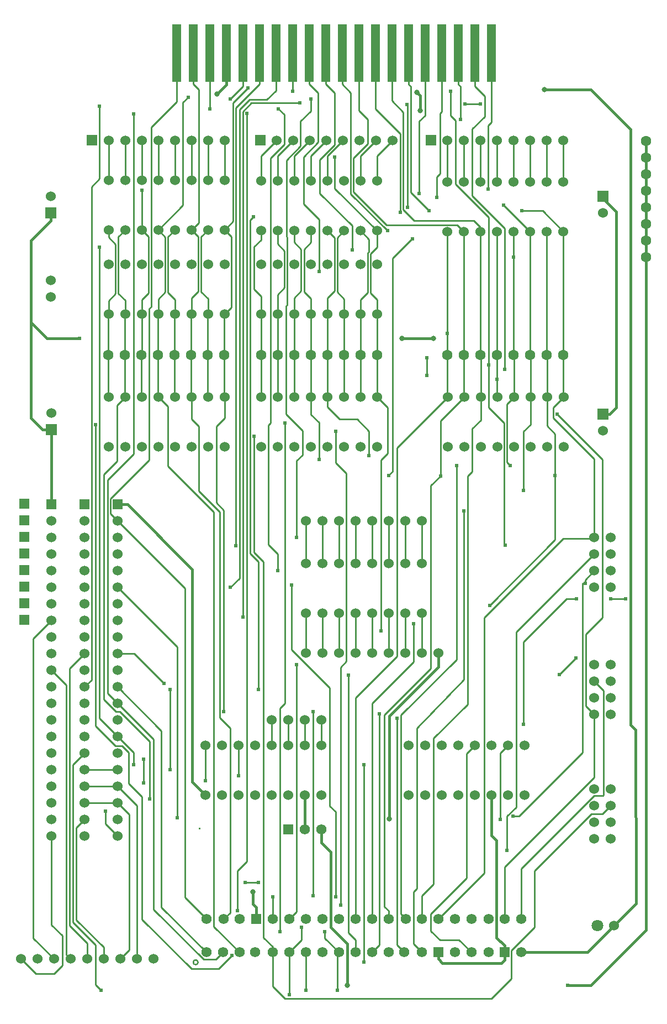
<source format=gtl>
G04 Layer: TopLayer*
G04 EasyEDA v6.5.1, 2022-04-23 16:14:00*
G04 1ebaea4ae95649dd8011ffabadda3e85,10*
G04 Gerber Generator version 0.2*
G04 Scale: 100 percent, Rotated: No, Reflected: No *
G04 Dimensions in millimeters *
G04 leading zeros omitted , absolute positions ,4 integer and 5 decimal *
%FSLAX45Y45*%
%MOMM*%

%ADD10C,0.2540*%
%ADD11C,0.2500*%
%ADD12C,0.4000*%
%ADD13C,0.6100*%
%ADD14C,0.8000*%
%ADD15R,1.3970X8.8900*%
%ADD16C,1.6000*%
%ADD17R,1.6000X1.6000*%
%ADD19C,1.5240*%
%ADD20R,1.8000X1.8000*%
%ADD21C,1.5750*%
%ADD22R,1.5750X1.5750*%
%ADD23C,1.8000*%
%ADD24R,1.5748X1.5748*%
%ADD25C,1.5748*%

%LPD*%
D11*
X6730994Y-4747679D02*
G01*
X6730994Y-3187702D01*
X6731000Y-3187702D01*
D12*
X9118600Y-2679778D02*
G01*
X9321800Y-2882978D01*
X9321800Y-5880178D01*
X9220200Y-5981778D01*
X9115297Y-5981778D01*
D11*
X5686425Y-10569651D02*
G01*
X5686425Y-14112875D01*
X5575300Y-14224000D01*
X5829300Y-13716078D02*
G01*
X5829300Y-13589078D01*
X5765800Y-13525578D01*
X5765800Y-10590100D01*
X6478270Y-9877630D01*
X6478270Y-7076772D01*
X6625081Y-6929960D01*
X3653764Y-1377594D02*
G01*
X3653789Y-12833428D01*
X3507409Y-12979808D01*
X3507409Y-13589304D01*
X5270500Y-3467178D02*
G01*
X5270500Y-3098878D01*
X4776977Y-2605102D01*
X4776977Y-2085418D01*
X5001005Y-1861390D01*
X5001005Y-1066116D01*
X4864100Y-929210D01*
X4140200Y-1308102D02*
G01*
X4229094Y-1396997D01*
X4229094Y-1435943D01*
X4229094Y-1435943D01*
X4229094Y-1854281D01*
X4018031Y-2065350D01*
X4018031Y-6121481D01*
X3983738Y-6155766D01*
X3983738Y-7978980D01*
X6565900Y-2667078D02*
G01*
X6567677Y-2347546D01*
X6616700Y-2298524D01*
X6616700Y-1373710D01*
X6642100Y-1348310D01*
X6642100Y-457278D01*
X5651494Y-3175000D02*
G01*
X5003800Y-2527305D01*
X5003800Y-2044702D01*
X5831713Y-6919422D02*
G01*
X5892794Y-6858340D01*
X5892794Y-3594100D01*
X6184892Y-3302002D01*
X6197600Y-3302002D01*
X6985000Y-3187778D02*
G01*
X6880097Y-3082876D01*
X5800852Y-3082876D01*
X5293105Y-2575384D01*
X5293105Y-2060272D01*
X5511800Y-1841578D01*
X5511800Y-1473278D01*
X5372100Y-1333578D01*
X5372100Y-457278D01*
X7239000Y-3187778D02*
G01*
X7239000Y-3124278D01*
X7137400Y-3022678D01*
X6223000Y-3022678D01*
X6052565Y-2852244D01*
X6052565Y-1355676D01*
X5880100Y-1183210D01*
X5880100Y-458040D01*
X4891280Y-4451431D02*
G01*
X4891280Y-4202000D01*
X4997991Y-4095290D01*
X4997991Y-3283493D01*
X4889500Y-3175002D01*
X6299200Y-2603578D02*
G01*
X6299200Y-1498678D01*
X6388100Y-1409778D01*
X6388100Y-929210D01*
X5816600Y-3175002D02*
G01*
X5814463Y-3175002D01*
X5250985Y-2611523D01*
X5250985Y-1062154D01*
X5118094Y-929259D01*
X7366000Y-5232478D02*
G01*
X7366000Y-2971878D01*
X6858000Y-2463878D01*
X6858000Y-1485978D01*
X6781800Y-1409778D01*
X6781800Y-1041478D01*
X7353300Y-2540078D02*
G01*
X7353300Y-1562178D01*
X7404100Y-1511378D01*
X7404100Y-929210D01*
X7150100Y-929210D02*
G01*
X7150100Y-965278D01*
X7302500Y-1117678D01*
X7302500Y-1426288D01*
X7112000Y-1616788D01*
X7112000Y-2641678D01*
X7607300Y-3136978D01*
X7607300Y-5295978D01*
X6007100Y-2895602D02*
G01*
X6007602Y-2895099D01*
X6007602Y-1691208D01*
X5626094Y-1309700D01*
X5626094Y-458043D01*
X7750406Y-5721299D02*
G01*
X7645394Y-5826305D01*
X7645394Y-6718297D01*
X7696200Y-6769102D01*
X7366000Y-5232478D02*
G01*
X7366000Y-5880178D01*
X7601965Y-6116144D01*
X7601965Y-7988378D01*
X7620000Y-7988378D01*
X6413500Y-5385600D02*
G01*
X6413500Y-5122075D01*
X6731000Y-5080078D02*
G01*
X6731000Y-4747676D01*
X7239000Y-3187702D02*
G01*
X7238994Y-3187702D01*
X7238994Y-5080000D01*
X8254994Y-2425700D02*
G01*
X8254994Y-2247900D01*
X8255000Y-2247900D01*
X8255000Y-1790702D01*
X6730994Y-2425700D02*
G01*
X6730994Y-2019300D01*
X6731000Y-2019300D01*
X6731000Y-1790702D01*
X7492994Y-2425700D02*
G01*
X7492994Y-1790702D01*
X7493000Y-1790702D01*
X7746994Y-2425700D02*
G01*
X7746994Y-2247900D01*
X7747000Y-2247900D01*
X7747000Y-1790702D01*
X8000994Y-2425700D02*
G01*
X8000994Y-2197100D01*
X8001000Y-2197100D01*
X8001000Y-1790702D01*
X8508994Y-2425700D02*
G01*
X8508994Y-2260600D01*
X8509000Y-2260600D01*
X8509000Y-1790702D01*
X4383280Y-4451431D02*
G01*
X4383280Y-4202000D01*
X4488985Y-4096288D01*
X4488985Y-3460366D01*
X4381500Y-3352878D01*
X4381500Y-3175002D01*
X4633721Y-4627704D02*
G01*
X4633721Y-4214700D01*
X4532990Y-4113969D01*
X4532990Y-3455393D01*
X4635500Y-3352881D01*
X4635500Y-3175002D01*
X1676400Y-7620078D02*
G01*
X1562100Y-7505778D01*
X1562100Y-7280226D01*
X2159000Y-6683326D01*
X2159000Y-4368624D01*
X2189988Y-4337636D01*
X2189988Y-1586054D01*
X2578100Y-1197942D01*
X2578100Y-457278D01*
X2042921Y-3162378D02*
G01*
X2149093Y-3268550D01*
X2149093Y-4124530D01*
X2042921Y-4230702D01*
X2042921Y-4451428D01*
X2296921Y-4451428D02*
G01*
X2296921Y-4218002D01*
X2404109Y-4110814D01*
X2404109Y-3269566D01*
X2296921Y-3162378D01*
X2550921Y-4451428D02*
G01*
X2550921Y-4227400D01*
X2446020Y-4122498D01*
X2446020Y-3267280D01*
X2550921Y-3162378D01*
X5399280Y-4451431D02*
G01*
X5399280Y-4227400D01*
X5505991Y-4120690D01*
X5505991Y-3516416D01*
X5529828Y-3492581D01*
X5529828Y-3307331D01*
X5397500Y-3175002D01*
X5653280Y-4451431D02*
G01*
X5653280Y-4230700D01*
X5547984Y-4125409D01*
X5547984Y-3531318D01*
X5651500Y-3427803D01*
X5651500Y-3175002D01*
X5145280Y-4451431D02*
G01*
X5145280Y-4218254D01*
X5040990Y-4113961D01*
X5040990Y-3277511D01*
X5143500Y-3175002D01*
X4127500Y-3175002D02*
G01*
X4127500Y-3378273D01*
X4233994Y-3484768D01*
X4233994Y-4046486D01*
X4129280Y-4151200D01*
X4129280Y-4451431D01*
X4635500Y-1155778D02*
G01*
X4635500Y-1339928D01*
X4476495Y-1498932D01*
X4476495Y-1880186D01*
X4261357Y-2095324D01*
X4261357Y-3262454D01*
X4274057Y-3275154D01*
X4274057Y-4311220D01*
X4260341Y-4324682D01*
X4260341Y-5985588D01*
X4508500Y-6233492D01*
X4508500Y-6606618D01*
X4419600Y-6695518D01*
X4419600Y-7874078D01*
X2804921Y-4451428D02*
G01*
X2804921Y-4205302D01*
X2910077Y-4100146D01*
X2910077Y-3267534D01*
X2804921Y-3162378D01*
X3058921Y-4451428D02*
G01*
X3058921Y-4214700D01*
X2953004Y-4108782D01*
X2953004Y-3268296D01*
X3058921Y-3162378D01*
X3543300Y-14224078D02*
G01*
X3149600Y-13830378D01*
X3149600Y-7484950D01*
X2441702Y-6776798D01*
X2441702Y-5862398D01*
X2300477Y-5721174D01*
X6095994Y-13716081D02*
G01*
X6019794Y-13639886D01*
X6019794Y-10589343D01*
X6870700Y-9738438D01*
X6870700Y-6769102D01*
D12*
X5194300Y-14732078D02*
G01*
X5194300Y-14094284D01*
X4938521Y-13838506D01*
X4938521Y-12685600D01*
X4800600Y-12547678D01*
X4800600Y-12357178D01*
X9283700Y-13817678D02*
G01*
X9626600Y-13474778D01*
X9613900Y-10820478D01*
X9537700Y-10744278D01*
X9537700Y-1625678D01*
X8928100Y-1016078D01*
X8216900Y-1016078D01*
X1676400Y-7366000D02*
G01*
X1828716Y-7366002D01*
X2819394Y-8357440D01*
X2819394Y-11612450D01*
X3024380Y-11817177D01*
X8572500Y-14732002D02*
G01*
X8928100Y-14732002D01*
X9779000Y-13881100D01*
X9779000Y-1803400D01*
D11*
X698500Y-14325678D02*
G01*
X381000Y-14008178D01*
X381000Y-9423478D01*
X660400Y-9144078D01*
X8978900Y-10071178D02*
G01*
X9120886Y-10213164D01*
X9120886Y-11818698D01*
X9113520Y-11826064D01*
X8976613Y-11826064D01*
X7861300Y-12941378D01*
X7861300Y-13716078D01*
X9232900Y-11976178D02*
G01*
X9105900Y-12103178D01*
X8940800Y-12103178D01*
X8070088Y-12973890D01*
X8070088Y-13842570D01*
X7713725Y-14198932D01*
X7713725Y-14626922D01*
X7403591Y-14935278D01*
X4241800Y-14935278D01*
X4051300Y-14744778D01*
X4051300Y-14224078D01*
X8978900Y-10579178D02*
G01*
X8851900Y-10452178D01*
X8851900Y-9352104D01*
X9105900Y-9098104D01*
X9105900Y-6674182D01*
X8416289Y-5984572D01*
X7735061Y-12133912D02*
G01*
X7828279Y-12133912D01*
X8801100Y-11160838D01*
X8801100Y-8572578D01*
X8842247Y-8572578D01*
X1168400Y-11176078D02*
G01*
X990600Y-11353878D01*
X990600Y-13766878D01*
X1333500Y-14109778D01*
X1333500Y-14719378D01*
X1422400Y-14808278D01*
X1714494Y-14325600D02*
G01*
X1854194Y-14185894D01*
X1854194Y-12115797D01*
X1676400Y-11938002D01*
X190500Y-14325678D02*
G01*
X419100Y-14554278D01*
X698500Y-14554278D01*
X825500Y-14427278D01*
X825500Y-13970078D01*
X660400Y-13804978D01*
X660400Y-12446078D01*
X952500Y-14325678D02*
G01*
X889000Y-14262178D01*
X889000Y-10134678D01*
X660400Y-9906078D01*
X1206500Y-14325678D02*
G01*
X1206500Y-14084378D01*
X939800Y-13817678D01*
X939800Y-9880678D01*
X1168400Y-9652078D01*
X1460500Y-14325678D02*
G01*
X1460500Y-14147878D01*
X1041400Y-13728778D01*
X1041400Y-12319078D01*
X1168400Y-12192078D01*
D12*
X4548306Y-11817299D02*
G01*
X4546600Y-11819006D01*
X4546600Y-12344402D01*
D11*
X1485894Y-12065000D02*
G01*
X1485894Y-12255497D01*
X1676400Y-12446002D01*
X2070100Y-11264900D02*
G01*
X2070100Y-11633200D01*
X6984994Y-5080000D02*
G01*
X6985000Y-5079994D01*
X6985000Y-3187702D01*
X6625081Y-6929907D02*
G01*
X6625081Y-6084620D01*
X6988403Y-5721299D01*
X6985000Y-5080000D02*
G01*
X6985000Y-5717895D01*
X6988403Y-5721299D01*
X4864100Y-457200D02*
G01*
X4864100Y-929259D01*
X6734403Y-5721299D02*
G01*
X6731000Y-5717895D01*
X6731000Y-5080000D01*
X7239000Y-5080000D02*
G01*
X7242403Y-5083403D01*
X7242403Y-5721299D01*
X7493000Y-5448302D02*
G01*
X7493000Y-5717895D01*
X7496406Y-5721299D01*
X7489794Y-5078577D02*
G01*
X7489799Y-5078582D01*
X7489799Y-5446880D01*
X8842146Y-8572500D02*
G01*
X8842146Y-8518753D01*
X8978900Y-8382000D01*
X4610100Y-929259D02*
G01*
X4744770Y-1063929D01*
X4744770Y-1821027D01*
X4523841Y-2041956D01*
X4523841Y-2765958D01*
X4764227Y-3006344D01*
X4764227Y-3799078D01*
X4610100Y-457200D02*
G01*
X4610100Y-929259D01*
X7493000Y-3187702D02*
G01*
X7492994Y-3187707D01*
X7492994Y-5080000D01*
X7747000Y-3187702D02*
G01*
X7746994Y-3187707D01*
X7746994Y-5080000D01*
X7750403Y-5721299D02*
G01*
X7750403Y-5083403D01*
X7747000Y-5080000D01*
X8000994Y-3187700D02*
G01*
X7594600Y-2781305D01*
X7594600Y-2781302D01*
X8000994Y-5080000D02*
G01*
X8000994Y-3187707D01*
X8001000Y-3187702D01*
X6388100Y-457200D02*
G01*
X6388100Y-929259D01*
X7645400Y-12661978D02*
G01*
X7645400Y-12139500D01*
X7785100Y-11999800D01*
X7785100Y-9321878D01*
X8978900Y-8128078D01*
X8004403Y-5721299D02*
G01*
X8004403Y-5083403D01*
X8001000Y-5080000D01*
X5575300Y-13716000D02*
G01*
X5575300Y-10408513D01*
X6210325Y-9773488D01*
X6210325Y-9189034D01*
X5118100Y-457200D02*
G01*
X5118100Y-929259D01*
X8255000Y-5080000D02*
G01*
X8258403Y-5083403D01*
X8258403Y-5721299D01*
X8255000Y-3187702D02*
G01*
X8254994Y-3187707D01*
X8254994Y-5080000D01*
X8509000Y-3187702D02*
G01*
X8191497Y-2870200D01*
X7873994Y-2870200D01*
X8509000Y-3187702D02*
G01*
X8509000Y-5079994D01*
X8508994Y-5080000D01*
X6134100Y-457200D02*
G01*
X6134100Y-929259D01*
X8512403Y-5721299D02*
G01*
X8509000Y-5717895D01*
X8509000Y-5080000D01*
X7239000Y-1790702D02*
G01*
X7239000Y-2425700D01*
X7238994Y-2425700D01*
X6984994Y-2425700D02*
G01*
X6984994Y-1790702D01*
X6985000Y-1790702D01*
X1792401Y-5721299D02*
G01*
X1787296Y-5716193D01*
X1787296Y-5079923D01*
X4051300Y-13373102D02*
G01*
X4051294Y-13373107D01*
X4051294Y-13716000D01*
X3594100Y-457200D02*
G01*
X3594100Y-929259D01*
X1788998Y-4451400D02*
G01*
X1787296Y-4453102D01*
X1787296Y-5079923D01*
X4241800Y-6121402D02*
G01*
X4241721Y-6121481D01*
X4241721Y-10409250D01*
X4165594Y-10485368D01*
X4165594Y-13906500D01*
X4165594Y-13906500D01*
X1538401Y-5721299D02*
G01*
X1533296Y-5716193D01*
X1533296Y-5079923D01*
X1534921Y-3162376D02*
G01*
X1534921Y-3272485D01*
X1533296Y-5079923D02*
G01*
X1533296Y-4453102D01*
X1534998Y-4451400D01*
X3086100Y-1308102D02*
G01*
X3086100Y-457205D01*
X3086094Y-457200D01*
X2042998Y-4451400D02*
G01*
X2042998Y-5078222D01*
X2041296Y-5079923D01*
X2046401Y-5721299D02*
G01*
X2041296Y-5716193D01*
X2041296Y-5079923D01*
X2296921Y-3162373D02*
G01*
X2675638Y-2783662D01*
X2675638Y-1210564D01*
X2755900Y-1130302D01*
X2295296Y-5079923D02*
G01*
X2295296Y-4453102D01*
X2296998Y-4451400D01*
X2300401Y-5721299D02*
G01*
X2295296Y-5716193D01*
X2295296Y-5079923D01*
X3312921Y-2400376D02*
G01*
X3314700Y-2398598D01*
X3314700Y-1790700D01*
X3058921Y-2400376D02*
G01*
X3060700Y-2398598D01*
X3060700Y-1790700D01*
X2554401Y-5721299D02*
G01*
X2549296Y-5716193D01*
X2549296Y-5079923D01*
X2550998Y-4451400D02*
G01*
X2549296Y-4453102D01*
X2549296Y-5079923D01*
X2832100Y-929259D02*
G01*
X2917697Y-1014857D01*
X2917697Y-3049600D01*
X2804921Y-3162376D01*
X2832100Y-457200D02*
G01*
X2832100Y-929259D01*
X2803296Y-5079923D02*
G01*
X2803296Y-4453102D01*
X2804998Y-4451400D01*
X2808401Y-5721299D02*
G01*
X2803296Y-5716193D01*
X2803296Y-5079923D01*
X5092694Y-13500100D02*
G01*
X5092694Y-9857767D01*
X5182438Y-9768029D01*
X5182438Y-6891251D01*
X5016500Y-6725312D01*
X5016500Y-6248402D01*
X4851400Y-13906502D02*
G01*
X4851400Y-14008105D01*
X5067294Y-14224000D01*
X5067294Y-14224000D02*
G01*
X5041900Y-14249394D01*
X5041900Y-14808202D01*
X3062401Y-5721299D02*
G01*
X3057296Y-5716193D01*
X3057296Y-5079923D01*
X3058998Y-4451400D02*
G01*
X3057296Y-4453102D01*
X3057296Y-5079923D01*
X4493361Y-13843000D02*
G01*
X4493361Y-14035938D01*
X4305300Y-14224000D01*
X3670300Y-990602D02*
G01*
X3444212Y-1216690D01*
X3444212Y-3031083D01*
X3312921Y-3162373D01*
X3312998Y-4451400D02*
G01*
X3418408Y-4345990D01*
X3418408Y-3267862D01*
X3312921Y-3162376D01*
X3311296Y-5079923D02*
G01*
X3311296Y-4453102D01*
X3312998Y-4451400D01*
X3316401Y-5721299D02*
G01*
X3311296Y-5716193D01*
X3311296Y-5079923D01*
X2550921Y-2400376D02*
G01*
X2552700Y-2398598D01*
X2552700Y-1790700D01*
X2296921Y-2400376D02*
G01*
X2298700Y-2398598D01*
X2298700Y-1790700D01*
X2042921Y-2400376D02*
G01*
X2044700Y-2398598D01*
X2044700Y-1790700D01*
X1788921Y-2400376D02*
G01*
X1790700Y-2398598D01*
X1790700Y-1790700D01*
X1534921Y-2400376D02*
G01*
X1536700Y-2398598D01*
X1536700Y-1790700D01*
X7150100Y-457200D02*
G01*
X7150100Y-929259D01*
X7607300Y-13716078D02*
G01*
X7607300Y-12915978D01*
X8978900Y-11544378D01*
X8978900Y-10579178D01*
X4129201Y-4451400D02*
G01*
X4129201Y-5076520D01*
X4125798Y-5079923D01*
X4132605Y-5721299D02*
G01*
X4125798Y-5714492D01*
X4125798Y-5079923D01*
X6934200Y-1473202D02*
G01*
X6934200Y-967364D01*
X6896094Y-929259D01*
X6896100Y-457200D02*
G01*
X6896100Y-929259D01*
X3875201Y-4451400D02*
G01*
X3871798Y-4454804D01*
X3871798Y-5079923D01*
X3873500Y-3175002D02*
G01*
X3873500Y-3296102D01*
X3875280Y-3297882D01*
X3878605Y-5721299D02*
G01*
X3871798Y-5714492D01*
X3871798Y-5079923D01*
X4379798Y-5079923D02*
G01*
X4383201Y-5076520D01*
X4383201Y-4451400D01*
X4386605Y-5721299D02*
G01*
X4379798Y-5714492D01*
X4379798Y-5079923D01*
X4633798Y-5079923D02*
G01*
X4633798Y-5714492D01*
X4640605Y-5721299D01*
X5651500Y-2413002D02*
G01*
X5651500Y-2031994D01*
X5892794Y-1790700D01*
X5638794Y-1790700D02*
G01*
X5397500Y-2031994D01*
X5397500Y-2413002D01*
X4887798Y-5079923D02*
G01*
X4887798Y-5714492D01*
X4894605Y-5721299D01*
X4887798Y-5079923D02*
G01*
X4891201Y-5076520D01*
X4891201Y-4451400D01*
X7404100Y-457200D02*
G01*
X7404100Y-929259D01*
X5148605Y-5721299D02*
G01*
X5141798Y-5714492D01*
X5141798Y-5079923D01*
X6121394Y-2819400D02*
G01*
X6121394Y-1257297D01*
X6108700Y-1244602D01*
X5395798Y-5079923D02*
G01*
X5399201Y-5076520D01*
X5399201Y-4451400D01*
X5402605Y-5721299D02*
G01*
X5395798Y-5714492D01*
X5395798Y-5079923D01*
X8444280Y-9969703D02*
G01*
X8700490Y-9713493D01*
X5653201Y-4451400D02*
G01*
X5649798Y-4454804D01*
X5649798Y-5079923D01*
X5656605Y-5721299D02*
G01*
X5656605Y-5086731D01*
X5649798Y-5079923D01*
X4889500Y-2413002D02*
G01*
X4889500Y-2031994D01*
X5130794Y-1790700D01*
X4635500Y-2413002D02*
G01*
X4635500Y-2031994D01*
X4876794Y-1790700D01*
X4127500Y-2413002D02*
G01*
X4127500Y-2031994D01*
X4368794Y-1790700D01*
X3873500Y-2413002D02*
G01*
X3873500Y-2031994D01*
X4114794Y-1790700D01*
X4813300Y-9029700D02*
G01*
X4813300Y-9639300D01*
X4559300Y-9029700D02*
G01*
X4559300Y-9639300D01*
X5067300Y-9029700D02*
G01*
X5067300Y-9639300D01*
X5321300Y-9029700D02*
G01*
X5321300Y-9639300D01*
X6337300Y-8267700D02*
G01*
X6337300Y-7620000D01*
X6083300Y-8267700D02*
G01*
X6083300Y-7620000D01*
X5575300Y-9029700D02*
G01*
X5575300Y-9639300D01*
X5829300Y-9029700D02*
G01*
X5829300Y-9639300D01*
X6083300Y-9029700D02*
G01*
X6083300Y-9639300D01*
X6337300Y-9029700D02*
G01*
X6337300Y-9639300D01*
X5829300Y-8267700D02*
G01*
X5829300Y-7620000D01*
X5575300Y-8267700D02*
G01*
X5575300Y-7620000D01*
X5321300Y-8267700D02*
G01*
X5321300Y-7620000D01*
X5067300Y-8267700D02*
G01*
X5067300Y-7620000D01*
X4813300Y-7620000D02*
G01*
X4813300Y-8267700D01*
X4559300Y-8267700D02*
G01*
X4559300Y-7620000D01*
X1168400Y-11430000D02*
G01*
X1676397Y-11430000D01*
X1676400Y-11430002D01*
X7659806Y-11055299D02*
G01*
X7543800Y-11171306D01*
X7543800Y-12192002D01*
X1917694Y-11353800D02*
G01*
X1917694Y-11163297D01*
X1676400Y-10922002D01*
X1396994Y-3429000D02*
G01*
X1396994Y-10642597D01*
X1676400Y-10922002D01*
X1676400Y-10160002D02*
G01*
X2346170Y-10829772D01*
X2346170Y-13534870D01*
X3035294Y-14224000D01*
X1168400Y-10160002D02*
G01*
X1272265Y-10056136D01*
X1272265Y-2501465D01*
X1396994Y-2376728D01*
X1396994Y-1270000D01*
X1919406Y-1385062D02*
G01*
X1919406Y-6588125D01*
X1518104Y-6989422D01*
X1518104Y-10255707D01*
X1676400Y-10414002D01*
X4802301Y-11055299D02*
G01*
X4800600Y-11053597D01*
X4800600Y-10680700D01*
X4548301Y-11055299D02*
G01*
X4546600Y-11053597D01*
X4546600Y-10680700D01*
X1168400Y-11938000D02*
G01*
X1676397Y-11938000D01*
X1676400Y-11938002D01*
X3024306Y-11055299D02*
G01*
X3022600Y-11057006D01*
X3022600Y-11595102D01*
X4294301Y-11055299D02*
G01*
X4292600Y-11053597D01*
X4292600Y-10680700D01*
X4040301Y-11055299D02*
G01*
X4038600Y-11053597D01*
X4038600Y-10680700D01*
X3532306Y-11055299D02*
G01*
X3530600Y-11057006D01*
X3530600Y-11518902D01*
X1168400Y-11684000D02*
G01*
X1676397Y-11684000D01*
X1676400Y-11684002D01*
X4470400Y-1219202D02*
G01*
X3721935Y-1219202D01*
X3594094Y-1347043D01*
X3594094Y-9093200D01*
X4356100Y-1041402D02*
G01*
X4356100Y-457205D01*
X4356094Y-457200D01*
X4102100Y-457200D02*
G01*
X4102100Y-929259D01*
X4419600Y-9817102D02*
G01*
X4419600Y-13601694D01*
X4305294Y-13716000D01*
X3848100Y-457200D02*
G01*
X3848100Y-929259D01*
X3484397Y-7996885D02*
G01*
X3484397Y-1292961D01*
X3848100Y-929259D01*
X3289294Y-14224081D02*
G01*
X3180079Y-14333047D01*
X2992122Y-14333047D01*
X2223264Y-13564443D01*
X2223264Y-10960867D01*
X1676400Y-10414002D01*
X1333500Y-6146878D02*
G01*
X1333500Y-10756978D01*
X1639823Y-11063302D01*
X1743455Y-11063302D01*
X1844547Y-11164140D01*
X1844547Y-11638358D01*
X2049525Y-11843590D01*
X2049525Y-13720904D01*
X2806700Y-14478078D01*
X3225800Y-14478078D01*
X3429000Y-14274878D01*
X2165070Y-11876684D02*
G01*
X2165070Y-10996371D01*
X1709699Y-10541000D01*
X1649958Y-10541000D01*
X1459458Y-10350500D01*
X1459458Y-6905574D01*
X1665401Y-6699631D01*
X1665401Y-5848299D01*
X1792401Y-5721299D01*
X3632194Y-13157200D02*
G01*
X3835397Y-13157200D01*
X3835400Y-13157202D01*
X5448300Y-14376402D02*
G01*
X5448300Y-11353805D01*
X5448294Y-11353800D01*
X4559294Y-14224000D02*
G01*
X4559294Y-14808202D01*
X4559300Y-14808202D01*
X4305294Y-14224000D02*
G01*
X4305294Y-14871697D01*
X4305300Y-14871702D01*
X7099300Y-14224078D02*
G01*
X6908800Y-14033578D01*
X6616700Y-14033578D01*
X6478523Y-13895402D01*
X6478523Y-13634798D01*
X7024877Y-13088444D01*
X7024877Y-11182174D01*
X7151877Y-11055174D01*
X6997694Y-1231900D02*
G01*
X7238997Y-1231900D01*
X7239000Y-1231902D01*
X2476500Y-10198102D02*
G01*
X2476500Y-11430000D01*
X2476494Y-11430000D01*
X5141798Y-4627676D02*
G01*
X5141798Y-5079923D01*
X4633798Y-4627676D02*
G01*
X4633798Y-5079923D01*
X4637201Y-4451400D02*
G01*
X4637201Y-4624273D01*
X4633798Y-4627676D01*
X5145201Y-4451400D02*
G01*
X5145201Y-4624273D01*
X5141798Y-4627676D01*
X1788921Y-4451428D02*
G01*
X1788921Y-4240100D01*
X1683765Y-4134944D01*
X1683765Y-3267534D01*
X1788921Y-3162378D01*
X3875277Y-4451428D02*
G01*
X3875277Y-4179902D01*
X3767581Y-4072460D01*
X3767581Y-3420442D01*
X3875277Y-3313000D01*
X3875277Y-3297760D01*
X4381500Y-2413002D02*
G01*
X4381500Y-2031994D01*
X4622794Y-1790700D01*
X1534921Y-4451428D02*
G01*
X1534921Y-4243402D01*
X1643634Y-4134944D01*
X1643634Y-3381072D01*
X1534921Y-3272360D01*
X2042921Y-3162378D02*
G01*
X2044700Y-3160600D01*
X2044700Y-2552700D01*
X2804921Y-2400376D02*
G01*
X2806700Y-2398598D01*
X2806700Y-1790700D01*
X2387594Y-10109200D02*
G01*
X1930397Y-9652002D01*
X1676400Y-9652002D01*
X8978900Y-7886778D02*
G01*
X8509000Y-7886778D01*
X7299705Y-9096072D01*
X7299705Y-13007418D01*
X6591300Y-13716078D01*
X8512302Y-5721174D02*
G01*
X8355584Y-5878146D01*
X8355584Y-6044262D01*
X8978900Y-6667578D01*
X8978900Y-7874078D01*
X7382255Y-8908112D02*
G01*
X8382000Y-7908368D01*
X8382000Y-6284038D01*
X8258302Y-6160594D01*
X8258302Y-5721174D01*
D12*
X7861300Y-14224000D02*
G01*
X8877300Y-14224000D01*
X9283700Y-13817600D01*
D11*
X5209793Y-9977960D02*
G01*
X5214620Y-9982786D01*
X5214620Y-13926898D01*
X5321300Y-14033578D01*
X5321300Y-14224078D01*
X5956300Y-10642602D02*
G01*
X5956294Y-10642602D01*
X5956294Y-14109705D01*
X6070594Y-14224000D01*
D12*
X6591294Y-9639300D02*
G01*
X6591294Y-9853295D01*
X5842000Y-10602589D01*
X5842000Y-12179302D01*
D11*
X5714238Y-9302574D02*
G01*
X5714238Y-6684596D01*
X5816600Y-6582234D01*
X5816600Y-5881194D01*
X5656579Y-5721174D01*
D12*
X7607300Y-14224078D02*
G01*
X7607300Y-14338378D01*
X7556500Y-14389178D01*
X6654800Y-14389178D01*
X6591300Y-14325678D01*
X6591300Y-14224078D01*
X7405877Y-11817174D02*
G01*
X7405877Y-12434902D01*
X7483855Y-12513134D01*
X7483855Y-13999034D01*
X7607300Y-14122478D01*
X7607300Y-14224078D01*
D11*
X3769105Y-6317312D02*
G01*
X3769105Y-8099884D01*
X3911600Y-8242378D01*
X3911600Y-13998018D01*
X4051300Y-14137718D01*
X4051300Y-14224078D01*
D12*
X3746500Y-13296978D02*
G01*
X3746500Y-13487478D01*
X3797300Y-13538278D01*
X3797300Y-13716078D01*
D11*
X2590794Y-12166600D02*
G01*
X2590794Y-9550397D01*
X1676400Y-8636002D01*
X1676400Y-7620002D02*
G01*
X2705094Y-8648697D01*
X2705094Y-13385881D01*
X3035294Y-13716081D01*
X3759200Y-2959178D02*
G01*
X3708400Y-3009978D01*
X3708400Y-8115378D01*
X3835400Y-8242378D01*
X3835400Y-10198178D01*
D12*
X660400Y-7366000D02*
G01*
X660400Y-6223000D01*
X660400Y-6223078D02*
G01*
X520700Y-6223078D01*
X342900Y-6045278D01*
X342900Y-3324176D01*
X647700Y-3019376D01*
X647700Y-2901899D02*
G01*
X647700Y-3019450D01*
X3340094Y-929259D02*
G01*
X3340094Y-939807D01*
X3200400Y-1079502D01*
X3340100Y-457200D02*
G01*
X3340100Y-929259D01*
X342900Y-4577072D02*
G01*
X591827Y-4826000D01*
X1092200Y-4826000D01*
X6032494Y-4826000D02*
G01*
X6032497Y-4826002D01*
X6515100Y-4826002D01*
X6261100Y-1054102D02*
G01*
X6311894Y-1104897D01*
X6311894Y-1333500D01*
D11*
X6451345Y-2863420D02*
G01*
X6172200Y-2584528D01*
X6172200Y-967310D01*
X6134100Y-929210D01*
X5321300Y-13716000D02*
G01*
X5321300Y-10328503D01*
X5956274Y-9693529D01*
X5956274Y-6499428D01*
X6734403Y-5721299D01*
X7242302Y-5721174D02*
G01*
X7242302Y-6073980D01*
X7112000Y-6204282D01*
X7112000Y-6859348D01*
X7040879Y-6930468D01*
X7040879Y-10423476D01*
X6516877Y-10947732D01*
X6516877Y-13180900D01*
X6337300Y-13360478D01*
X6337300Y-13716078D01*
X7901028Y-10731500D02*
G01*
X7899400Y-10729871D01*
X7899400Y-9474200D01*
X8559800Y-8813800D01*
X8712200Y-8813800D01*
X9232894Y-8813800D02*
G01*
X9461497Y-8813800D01*
X9461500Y-8813802D01*
X6337300Y-14223824D02*
G01*
X6210300Y-14096824D01*
X6210300Y-13296978D01*
X6261100Y-13246178D01*
X6261100Y-10795078D01*
X6980936Y-10044254D01*
X6980936Y-7468186D01*
X3403600Y-8636002D02*
G01*
X3546607Y-8492995D01*
X3546607Y-1317574D01*
X3695781Y-1168400D01*
X3962394Y-1168400D01*
X4102094Y-1028705D01*
X4102094Y-929208D01*
X3403600Y-1155778D02*
G01*
X3594100Y-965278D01*
X3594100Y-929210D01*
X5016500Y-13373178D02*
G01*
X5016500Y-12074222D01*
X4923789Y-11981512D01*
X4927600Y-10172700D01*
X4927594Y-10172700D02*
G01*
X4343400Y-9588505D01*
X4343400Y-8597902D01*
X4127500Y-8382002D02*
G01*
X4127500Y-8122739D01*
X3983738Y-7978980D01*
X4673600Y-10541002D02*
G01*
X4673600Y-10543232D01*
X4673345Y-10543486D01*
X4673600Y-10541000D02*
G01*
X4673345Y-13358700D01*
X3316477Y-5721174D02*
G01*
X3316477Y-6043500D01*
X3187700Y-6172278D01*
X3187700Y-7340678D01*
X3302000Y-7454978D01*
X3302000Y-10541078D01*
X3302000Y-13716078D02*
G01*
X3399027Y-13619050D01*
X3399027Y-10790506D01*
X3238500Y-10629978D01*
X3238500Y-7480378D01*
X2919984Y-7161862D01*
X2919984Y-6171262D01*
X2807970Y-6059248D01*
X2808477Y-5721174D01*
X4640579Y-5721174D02*
G01*
X4640579Y-5986858D01*
X4762500Y-6108778D01*
X4762500Y-6680278D01*
X4894579Y-5721174D02*
G01*
X4894579Y-5872558D01*
X5080000Y-6057978D01*
X5346700Y-6057978D01*
X5529579Y-6240858D01*
X5529579Y-6617286D01*
X7899400Y-7150102D02*
G01*
X7899400Y-6248227D01*
X8004307Y-6143320D01*
X8004307Y-5721177D01*
X1968494Y-14325600D02*
G01*
X1968494Y-11976097D01*
X1676400Y-11684002D01*
D15*
G01*
X7404100Y-457278D03*
G01*
X7150100Y-457278D03*
G01*
X6896100Y-457278D03*
G01*
X6642100Y-457278D03*
G01*
X6388100Y-457278D03*
G01*
X6134100Y-457278D03*
G01*
X5880100Y-457278D03*
G01*
X5626100Y-457278D03*
G01*
X5372100Y-457278D03*
G01*
X5118100Y-457278D03*
G01*
X4864100Y-457278D03*
G01*
X4610100Y-457278D03*
G01*
X4356100Y-457278D03*
G01*
X4102100Y-457278D03*
G01*
X3848100Y-457278D03*
G01*
X3594100Y-457278D03*
G01*
X3340100Y-457278D03*
G01*
X3086100Y-457278D03*
G01*
X2832100Y-457278D03*
G01*
X2578100Y-457278D03*
D10*
G75*
G01
X2906116Y-14376403D02*
G03X2906116Y-14376403I-35916J0D01*
G36*
X2921000Y-12319000D02*
G01*
X2946400Y-12319000D01*
X2946400Y-12344400D01*
X2921000Y-12344400D01*
G37*
D16*
G01*
X9779000Y-3581400D03*
G01*
X9779000Y-3327400D03*
G01*
X9779000Y-3073400D03*
G01*
X9779000Y-2819400D03*
G01*
X9779000Y-2565400D03*
G01*
X9779000Y-2311400D03*
G01*
X9779000Y-2057400D03*
G01*
X9779000Y-1803400D03*
D17*
G01*
X241300Y-9131300D03*
G01*
X241300Y-8877300D03*
G01*
X241300Y-8623300D03*
G01*
X241300Y-8369300D03*
G01*
X241300Y-8115300D03*
G01*
X241300Y-7861300D03*
G01*
X241300Y-7607300D03*
G01*
X241300Y-7353300D03*
G36*
X1092200Y-7289800D02*
G01*
X1244600Y-7289800D01*
X1244600Y-7442200D01*
X1092200Y-7442200D01*
G37*
D19*
G01*
X1168400Y-7620000D03*
G01*
X1168400Y-7874000D03*
G01*
X1168400Y-8128000D03*
G01*
X1168400Y-8382000D03*
G01*
X1168400Y-8636000D03*
G01*
X1168400Y-8890000D03*
G01*
X1168400Y-9144000D03*
G01*
X1168400Y-9398000D03*
G01*
X1168400Y-9652000D03*
G01*
X1168400Y-9906000D03*
G01*
X1168400Y-10160000D03*
G01*
X1168400Y-10414000D03*
G01*
X1168400Y-10668000D03*
G01*
X1168400Y-10922000D03*
G01*
X1168400Y-11176000D03*
G01*
X1168400Y-11430000D03*
G01*
X1168400Y-11684000D03*
G01*
X1168400Y-11938000D03*
G01*
X1168400Y-12192000D03*
G01*
X1168400Y-12446000D03*
G36*
X584200Y-7289878D02*
G01*
X736600Y-7289878D01*
X736600Y-7442278D01*
X584200Y-7442278D01*
G37*
G01*
X660400Y-7620078D03*
G01*
X660400Y-7874078D03*
G01*
X660400Y-8128078D03*
G01*
X660400Y-8382078D03*
G01*
X660400Y-8636078D03*
G01*
X660400Y-8890078D03*
G01*
X660400Y-9144078D03*
G01*
X660400Y-9398078D03*
G01*
X660400Y-9652078D03*
G01*
X660400Y-9906078D03*
G01*
X660400Y-10160078D03*
G01*
X660400Y-10414078D03*
G01*
X660400Y-10668078D03*
G01*
X660400Y-10922078D03*
G01*
X660400Y-11176078D03*
G01*
X660400Y-11430078D03*
G01*
X660400Y-11684078D03*
G01*
X660400Y-11938078D03*
G01*
X660400Y-12192078D03*
G01*
X660400Y-12446078D03*
G36*
X1600200Y-7289800D02*
G01*
X1752600Y-7289800D01*
X1752600Y-7442200D01*
X1600200Y-7442200D01*
G37*
G01*
X1676400Y-7620000D03*
G01*
X1676400Y-7874000D03*
G01*
X1676400Y-8128000D03*
G01*
X1676400Y-8382000D03*
G01*
X1676400Y-8636000D03*
G01*
X1676400Y-8890000D03*
G01*
X1676400Y-9144000D03*
G01*
X1676400Y-9398000D03*
G01*
X1676400Y-9652000D03*
G01*
X1676400Y-9906000D03*
G01*
X1676400Y-10160000D03*
G01*
X1676400Y-10414000D03*
G01*
X1676400Y-10668000D03*
G01*
X1676400Y-10922000D03*
G01*
X1676400Y-11176000D03*
G01*
X1676400Y-11430000D03*
G01*
X1676400Y-11684000D03*
G01*
X1676400Y-11938000D03*
G01*
X1676400Y-12192000D03*
G01*
X1676400Y-12446000D03*
G01*
X2222500Y-14325600D03*
G01*
X1968500Y-14325600D03*
G01*
X1714500Y-14325600D03*
G01*
X1460500Y-14325600D03*
G01*
X1206500Y-14325600D03*
G01*
X952500Y-14325600D03*
G01*
X698500Y-14325600D03*
G01*
X444500Y-14325600D03*
G01*
X190500Y-14325600D03*
G01*
X4038600Y-10668078D03*
G01*
X4292600Y-10668078D03*
G01*
X4546600Y-10668078D03*
G01*
X4800600Y-10668078D03*
G01*
X6985000Y-3187700D03*
G01*
X6731000Y-3187700D03*
G01*
X7239000Y-3187700D03*
G01*
X7493000Y-3187700D03*
G01*
X8509000Y-2425700D03*
G01*
X8255000Y-2425700D03*
G01*
X7747000Y-3187700D03*
G01*
X8001000Y-3187700D03*
G01*
X8255000Y-3187700D03*
G01*
X8509000Y-3187700D03*
G01*
X8001000Y-2425700D03*
G01*
X7747000Y-2425700D03*
G01*
X7493000Y-2425700D03*
G01*
X7239000Y-2425700D03*
G01*
X6985000Y-2425700D03*
G01*
X6731000Y-2425700D03*
G01*
X1788921Y-3162378D03*
G01*
X1534921Y-3162378D03*
G01*
X2042921Y-3162378D03*
G01*
X2296921Y-3162378D03*
G01*
X3312921Y-2400378D03*
G01*
X3058921Y-2400378D03*
G01*
X2550921Y-3162378D03*
G01*
X2804921Y-3162378D03*
G01*
X3058921Y-3162378D03*
G01*
X3312921Y-3162378D03*
G01*
X2804921Y-2400378D03*
G01*
X2550921Y-2400378D03*
G01*
X2296921Y-2400378D03*
G01*
X2042921Y-2400378D03*
G01*
X1788921Y-2400378D03*
G01*
X1534921Y-2400378D03*
G01*
X4127500Y-3175000D03*
G01*
X3873500Y-3175000D03*
G01*
X4381500Y-3175000D03*
G01*
X4635500Y-3175000D03*
G01*
X5651500Y-2413000D03*
G01*
X5397500Y-2413000D03*
G01*
X4889500Y-3175000D03*
G01*
X5143500Y-3175000D03*
G01*
X5397500Y-3175000D03*
G01*
X5651500Y-3175000D03*
G01*
X5143500Y-2413000D03*
G01*
X4889500Y-2413000D03*
G01*
X4635500Y-2413000D03*
G01*
X4381500Y-2413000D03*
G01*
X4127500Y-2413000D03*
G01*
X3873500Y-2413000D03*
G01*
X4813300Y-9029702D03*
G01*
X4559300Y-9029702D03*
G01*
X5067300Y-9029702D03*
G01*
X5321300Y-9029702D03*
G01*
X6337300Y-8267702D03*
G01*
X6083300Y-8267702D03*
G01*
X5575300Y-9029702D03*
G01*
X5829300Y-9029702D03*
G01*
X6083300Y-9029702D03*
G01*
X6337300Y-9029702D03*
G01*
X5829300Y-8267702D03*
G01*
X5575300Y-8267702D03*
G01*
X5321300Y-8267702D03*
G01*
X5067300Y-8267702D03*
G01*
X4813300Y-8267702D03*
G01*
X4559300Y-8267702D03*
G01*
X9118612Y-2901901D03*
D20*
G01*
X9118612Y-2647901D03*
D19*
G01*
X647700Y-2647901D03*
D20*
G01*
X647700Y-2901901D03*
D19*
G01*
X6591300Y-9639302D03*
G01*
X6337300Y-9639302D03*
G01*
X6083300Y-9639302D03*
G01*
X5829300Y-9639302D03*
G01*
X5575300Y-9639302D03*
G01*
X5321300Y-9639302D03*
G01*
X5067300Y-9639302D03*
G01*
X4813300Y-9639302D03*
G01*
X4559300Y-9639302D03*
G36*
X6397000Y-1710700D02*
G01*
X6556999Y-1710700D01*
X6556999Y-1870699D01*
X6397000Y-1870699D01*
G37*
G01*
X6731000Y-1790702D03*
G01*
X6985000Y-1790702D03*
G01*
X7239000Y-1790702D03*
G01*
X7493000Y-1790702D03*
G01*
X7747000Y-1790702D03*
G01*
X8001000Y-1790702D03*
G01*
X8255000Y-1790702D03*
G01*
X8509000Y-1790702D03*
G36*
X1202700Y-1710700D02*
G01*
X1362699Y-1710700D01*
X1362699Y-1870699D01*
X1202700Y-1870699D01*
G37*
G01*
X1536700Y-1790702D03*
G01*
X1790700Y-1790702D03*
G01*
X2044700Y-1790702D03*
G01*
X2298700Y-1790702D03*
G01*
X2552700Y-1790702D03*
G01*
X2806700Y-1790702D03*
G01*
X3060700Y-1790702D03*
G01*
X3314700Y-1790702D03*
G36*
X3780800Y-1710700D02*
G01*
X3940799Y-1710700D01*
X3940799Y-1870699D01*
X3780800Y-1870699D01*
G37*
G01*
X4114800Y-1790702D03*
G01*
X4368800Y-1790702D03*
G01*
X4622800Y-1790702D03*
G01*
X4876800Y-1790702D03*
G01*
X5130800Y-1790702D03*
G01*
X5384800Y-1790702D03*
G01*
X5638800Y-1790702D03*
G01*
X5892800Y-1790702D03*
G01*
X7913801Y-11055301D03*
G01*
X7659801Y-11055301D03*
G01*
X6389801Y-11055301D03*
G01*
X6135801Y-11055301D03*
G01*
X7405801Y-11055301D03*
G01*
X7151801Y-11055301D03*
G01*
X6643801Y-11055301D03*
G01*
X6897801Y-11055301D03*
G01*
X6135801Y-11817301D03*
G01*
X6389801Y-11817301D03*
G01*
X6643801Y-11817301D03*
G01*
X6897801Y-11817301D03*
G01*
X7151801Y-11817301D03*
G01*
X7405801Y-11817301D03*
G01*
X7659801Y-11817301D03*
G01*
X7913801Y-11817301D03*
G01*
X4802301Y-11055301D03*
G01*
X4548301Y-11055301D03*
G01*
X3278301Y-11055301D03*
G01*
X3024301Y-11055301D03*
G01*
X4294301Y-11055301D03*
G01*
X4040301Y-11055301D03*
G01*
X3532301Y-11055301D03*
G01*
X3786301Y-11055301D03*
G01*
X3024301Y-11817301D03*
G01*
X3278301Y-11817301D03*
G01*
X3532301Y-11817301D03*
G01*
X3786301Y-11817301D03*
G01*
X4040301Y-11817301D03*
G01*
X4294301Y-11817301D03*
G01*
X4548301Y-11817301D03*
G01*
X4802301Y-11817301D03*
G01*
X1534998Y-4451403D03*
G01*
X1788998Y-4451403D03*
G01*
X3058998Y-4451403D03*
G01*
X3312998Y-4451403D03*
G01*
X2042998Y-4451403D03*
G01*
X2296998Y-4451403D03*
G01*
X2804998Y-4451403D03*
G01*
X2550998Y-4451403D03*
G01*
X3312998Y-3689403D03*
G01*
X3058998Y-3689403D03*
G01*
X2804998Y-3689403D03*
G01*
X2550998Y-3689403D03*
G01*
X2296998Y-3689403D03*
G01*
X2042998Y-3689403D03*
G01*
X1788998Y-3689403D03*
G01*
X1534998Y-3689403D03*
G01*
X3875201Y-4451403D03*
G01*
X4129201Y-4451403D03*
G01*
X5399201Y-4451403D03*
G01*
X5653201Y-4451403D03*
G01*
X4383201Y-4451403D03*
G01*
X4637201Y-4451403D03*
G01*
X5145201Y-4451403D03*
G01*
X4891201Y-4451403D03*
G01*
X5653201Y-3689403D03*
G01*
X5399201Y-3689403D03*
G01*
X5145201Y-3689403D03*
G01*
X4891201Y-3689403D03*
G01*
X4637201Y-3689403D03*
G01*
X4383201Y-3689403D03*
G01*
X4129201Y-3689403D03*
G01*
X3875201Y-3689403D03*
G01*
X3316401Y-5721301D03*
G01*
X3062401Y-5721301D03*
G01*
X1792401Y-5721301D03*
G01*
X1538401Y-5721301D03*
G01*
X2808401Y-5721301D03*
G01*
X2554401Y-5721301D03*
G01*
X2046401Y-5721301D03*
G01*
X2300401Y-5721301D03*
G01*
X1538401Y-6483301D03*
G01*
X1792401Y-6483301D03*
G01*
X2046401Y-6483301D03*
G01*
X2300401Y-6483301D03*
G01*
X2554401Y-6483301D03*
G01*
X2808401Y-6483301D03*
G01*
X3062401Y-6483301D03*
G01*
X3316401Y-6483301D03*
G01*
X5656605Y-5721301D03*
G01*
X5402605Y-5721301D03*
G01*
X4132605Y-5721301D03*
G01*
X3878605Y-5721301D03*
G01*
X5148605Y-5721301D03*
G01*
X4894605Y-5721301D03*
G01*
X4386605Y-5721301D03*
G01*
X4640605Y-5721301D03*
G01*
X3878605Y-6483301D03*
G01*
X4132605Y-6483301D03*
G01*
X4386605Y-6483301D03*
G01*
X4640605Y-6483301D03*
G01*
X4894605Y-6483301D03*
G01*
X5148605Y-6483301D03*
G01*
X5402605Y-6483301D03*
G01*
X5656605Y-6483301D03*
G01*
X8512403Y-5721301D03*
G01*
X8258403Y-5721301D03*
G01*
X6988403Y-5721301D03*
G01*
X6734403Y-5721301D03*
G01*
X8004403Y-5721301D03*
G01*
X7750403Y-5721301D03*
G01*
X7242403Y-5721301D03*
G01*
X7496403Y-5721301D03*
G01*
X6734403Y-6483301D03*
G01*
X6988403Y-6483301D03*
G01*
X7242403Y-6483301D03*
G01*
X7496403Y-6483301D03*
G01*
X7750403Y-6483301D03*
G01*
X8004403Y-6483301D03*
G01*
X8258403Y-6483301D03*
G01*
X8512403Y-6483301D03*
G01*
X660400Y-5969002D03*
D20*
G01*
X660400Y-6223002D03*
D19*
G01*
X647700Y-3937002D03*
G01*
X647700Y-4191002D03*
G01*
X9115196Y-6235702D03*
D20*
G01*
X9115196Y-5981702D03*
D19*
G01*
X4559300Y-7620002D03*
G01*
X4813300Y-7620002D03*
G01*
X5067300Y-7620002D03*
G01*
X5321300Y-7620002D03*
G01*
X5575300Y-7620002D03*
G01*
X5829300Y-7620002D03*
G01*
X6083300Y-7620002D03*
G01*
X6337300Y-7620002D03*
G01*
X8978900Y-9817102D03*
G01*
X9232900Y-9817102D03*
G01*
X9232900Y-10071102D03*
G01*
X8978900Y-10071102D03*
G01*
X9232900Y-10325102D03*
G01*
X8978900Y-10325102D03*
G01*
X9232900Y-10579102D03*
G01*
X8978900Y-10579102D03*
D16*
G01*
X1533296Y-5079926D03*
G01*
X1787296Y-5079926D03*
G01*
X2041296Y-5079926D03*
G01*
X2295296Y-5079926D03*
G01*
X2549296Y-5079926D03*
G01*
X2803296Y-5079926D03*
G01*
X3057296Y-5079926D03*
G01*
X3311296Y-5079926D03*
G01*
X3871798Y-5079926D03*
G01*
X4125798Y-5079926D03*
G01*
X4379798Y-5079926D03*
G01*
X4633798Y-5079926D03*
G01*
X4887798Y-5079926D03*
G01*
X5141798Y-5079926D03*
G01*
X5395798Y-5079926D03*
G01*
X5649798Y-5079926D03*
D19*
G01*
X8978900Y-11722102D03*
G01*
X9232900Y-11722102D03*
G01*
X9232900Y-11976102D03*
G01*
X8978900Y-11976102D03*
G01*
X9232900Y-12230102D03*
G01*
X8978900Y-12230102D03*
G01*
X9232900Y-12484102D03*
G01*
X8978900Y-12484102D03*
D21*
G01*
X3035300Y-14224002D03*
G01*
X3035300Y-13716002D03*
G01*
X3289300Y-14224002D03*
G01*
X3302000Y-13716002D03*
G01*
X3543300Y-14224002D03*
G01*
X3543300Y-13716002D03*
G01*
X3784600Y-14224002D03*
D22*
G01*
X3797300Y-13716002D03*
D21*
G01*
X4051300Y-14224002D03*
G01*
X4051300Y-13716002D03*
G01*
X4305300Y-14224002D03*
G01*
X4305300Y-13716002D03*
G01*
X4559300Y-14224002D03*
G01*
X4559300Y-13716002D03*
G01*
X4813300Y-14224002D03*
G01*
X4813300Y-13716002D03*
G01*
X5067300Y-14224002D03*
G01*
X5067300Y-13716002D03*
G01*
X5321300Y-14224002D03*
G01*
X5321300Y-13716002D03*
G01*
X5575300Y-14224002D03*
G01*
X5575300Y-13716002D03*
G01*
X5829300Y-14224002D03*
G01*
X5829300Y-13716002D03*
G01*
X6070600Y-14224002D03*
G01*
X6096000Y-13716002D03*
G01*
X6337300Y-14224002D03*
G01*
X6337300Y-13716002D03*
D22*
G01*
X6591300Y-14224002D03*
D21*
G01*
X6591300Y-13716002D03*
G01*
X6845300Y-14224002D03*
G01*
X6845300Y-13716002D03*
G01*
X7099300Y-14224002D03*
G01*
X7099300Y-13716002D03*
G01*
X7366000Y-14224002D03*
G01*
X7366000Y-13716002D03*
D22*
G01*
X7607300Y-14224002D03*
D21*
G01*
X7607300Y-13716002D03*
G01*
X7861300Y-14224002D03*
G01*
X7861300Y-13716002D03*
D19*
G01*
X9283700Y-13817602D03*
D23*
G01*
X9029700Y-13817602D03*
D19*
G01*
X8978900Y-7874002D03*
G01*
X9232900Y-7874002D03*
G01*
X9232900Y-8128002D03*
G01*
X8978900Y-8128002D03*
G01*
X9232900Y-8382002D03*
G01*
X8978900Y-8382002D03*
G01*
X9232900Y-8636002D03*
G01*
X8978900Y-8636002D03*
D24*
G01*
X4292600Y-12344402D03*
D25*
G01*
X4546600Y-12344402D03*
G01*
X4800600Y-12344402D03*
D16*
G01*
X6731000Y-5080002D03*
G01*
X6985000Y-5080002D03*
G01*
X7239000Y-5080002D03*
G01*
X7493000Y-5080002D03*
G01*
X7747000Y-5080002D03*
G01*
X8001000Y-5080002D03*
G01*
X8255000Y-5080002D03*
G01*
X8509000Y-5080002D03*
D13*
G01*
X6625081Y-6929909D03*
G01*
X5270500Y-3467102D03*
G01*
X8842146Y-8572502D03*
G01*
X4764227Y-3799080D03*
G01*
X7735188Y-12133811D03*
G01*
X6870700Y-6769100D03*
G01*
X6299200Y-2603500D03*
G01*
X7594600Y-2781300D03*
G01*
X7645400Y-12661902D03*
G01*
X7899400Y-7150100D03*
G01*
X7382230Y-8908087D03*
G01*
X6210325Y-9189036D03*
G01*
X5816600Y-3175000D03*
G01*
X6451244Y-2863547D03*
G01*
X7874000Y-2870200D03*
G01*
X2165070Y-11876686D03*
G01*
X4051300Y-13373102D03*
G01*
X3403600Y-1155702D03*
G01*
X4165600Y-13906502D03*
G01*
X4241800Y-6121402D03*
G01*
X3429000Y-14274802D03*
G01*
X1333500Y-6146802D03*
G01*
X3086100Y-1308102D03*
G01*
X2755900Y-1130302D03*
G01*
X3768979Y-6317211D03*
G01*
X4851400Y-13906502D03*
G01*
X5092700Y-13500102D03*
G01*
X5016500Y-6248402D03*
G01*
X5041900Y-14808202D03*
G01*
X4493361Y-13843002D03*
G01*
X4673320Y-13358700D03*
G01*
X3670300Y-990602D03*
G01*
X4305300Y-14871702D03*
G01*
X7607300Y-5295902D03*
G01*
X8416188Y-5984471D03*
G01*
X6934200Y-1473200D03*
G01*
X6781800Y-1041402D03*
G01*
X7617205Y-7988099D03*
G01*
X4762500Y-6680202D03*
G01*
X5529605Y-6617210D03*
G01*
X6565900Y-2667000D03*
G01*
X7353300Y-2540000D03*
G01*
X6108700Y-1244602D03*
G01*
X6121400Y-2819402D03*
G01*
X6980859Y-7468364D03*
G01*
X8700490Y-9713495D03*
G01*
X8444280Y-9969705D03*
G01*
X5956300Y-10642602D03*
G01*
X5003800Y-2044700D03*
G01*
X5714238Y-9302498D03*
D14*
G01*
X6261100Y-1054102D03*
G01*
X6311900Y-1333502D03*
G01*
X3200400Y-1079502D03*
D13*
G01*
X3759200Y-2959102D03*
G01*
X3507409Y-13589307D03*
G01*
X3653764Y-1377596D03*
G01*
X7543800Y-12192002D03*
G01*
X1917700Y-11353802D03*
G01*
X1397000Y-3429002D03*
G01*
X5448300Y-11353802D03*
G01*
X1397000Y-1270002D03*
G01*
X1919401Y-1385064D03*
G01*
X3022600Y-11595102D03*
G01*
X3530600Y-11518902D03*
D14*
G01*
X8216900Y-1016002D03*
D13*
G01*
X3594100Y-9093202D03*
G01*
X4470400Y-1219200D03*
G01*
X5686425Y-10569653D03*
G01*
X4419600Y-7874002D03*
G01*
X4635500Y-1155702D03*
G01*
X5209793Y-9977884D03*
G01*
X4127500Y-8382002D03*
G01*
X5016500Y-13373102D03*
G01*
X4356100Y-1041400D03*
G01*
X4140200Y-1308100D03*
G01*
X3403600Y-8636002D03*
G01*
X3484397Y-7996887D03*
G01*
X4419600Y-9817102D03*
D14*
G01*
X5194300Y-14732002D03*
G01*
X5842000Y-12179302D03*
D13*
G01*
X2590800Y-12166602D03*
G01*
X3632200Y-13157202D03*
D14*
G01*
X3746500Y-13296902D03*
D13*
G01*
X3835400Y-13157202D03*
G01*
X5448300Y-14376402D03*
G01*
X4559300Y-14808202D03*
G01*
X1422400Y-14808202D03*
G01*
X6997700Y-1231902D03*
G01*
X7239000Y-1231902D03*
G01*
X3835400Y-10198102D03*
G01*
X2476500Y-10198102D03*
G01*
X2476500Y-11430002D03*
G01*
X2044700Y-2552702D03*
G01*
X2387600Y-10109202D03*
G01*
X7366000Y-5232402D03*
G01*
X8382000Y-6921500D03*
G01*
X1092200Y-4826002D03*
D14*
G01*
X6032500Y-4826002D03*
G01*
X6515100Y-4826000D03*
D13*
G01*
X7493000Y-5448302D03*
G01*
X7901025Y-10731502D03*
G01*
X8712200Y-8813802D03*
G01*
X9232900Y-8813802D03*
G01*
X9461500Y-8813800D03*
G01*
X4343400Y-8597902D03*
G01*
X3302000Y-10541002D03*
G01*
X4673600Y-10541002D03*
G01*
X2070100Y-11264900D03*
G01*
X2070100Y-11633200D03*
G01*
X1485900Y-12065000D03*
G01*
X8572500Y-14732002D03*
G01*
X6731000Y-4747676D03*
G01*
X6413500Y-5385600D03*
G01*
X6413500Y-5122075D03*
G01*
X7696200Y-6769100D03*
G01*
X6007100Y-2895600D03*
G01*
X5831718Y-6919424D03*
G01*
X6197600Y-3302000D03*
G01*
X7747000Y-3581400D03*
M02*

</source>
